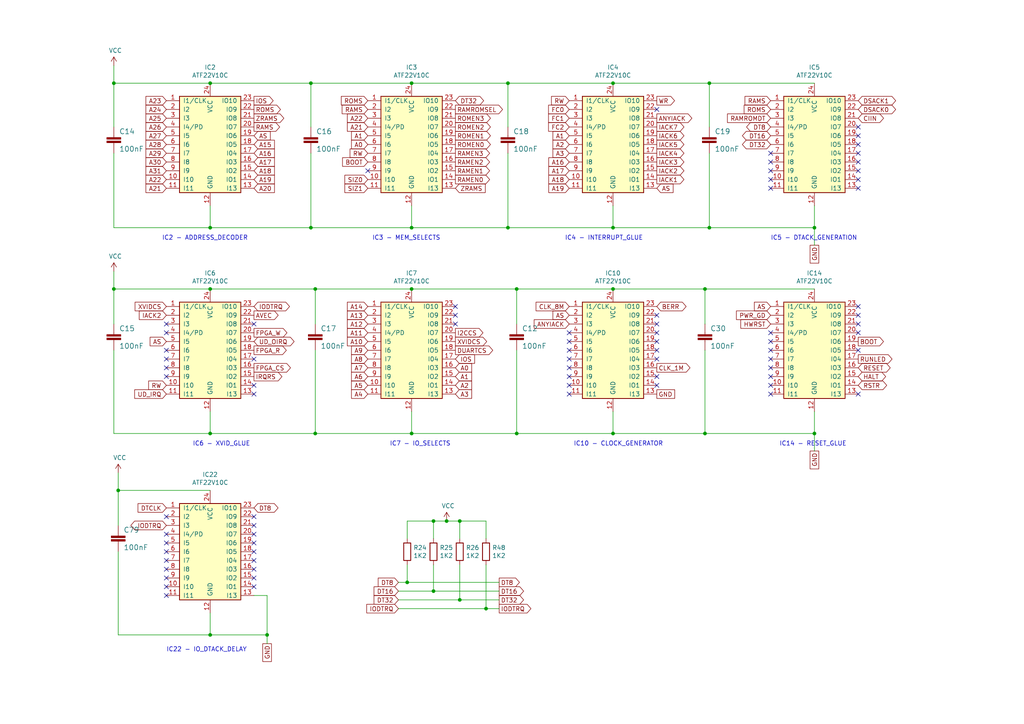
<source format=kicad_sch>
(kicad_sch (version 20211123) (generator eeschema)
  (paper "A4")
  (title_block (title "rosco_m68k Pro (030) Prototype") (date "2022-01-14") (rev "p4") (company "The Really Old-School Company Limited") (comment 1 "Copyright ©2021-2022 The Really Old-School Company Limited") (comment 2 "Open Source Hardware (CERN OHL)") (comment 3 "Prototype Hardware! Not suitable for general use!"))
  (lib_symbols
    (symbol "Device:R" (pin_numbers hide) (pin_names (offset 0))
      (property "Reference" "R" (at 2.032 0 90))
      (property "Value" "R" (at 0 0 90))
      (symbol "R_0_1"
        (rectangle (start -1.016 -2.54) (end 1.016 2.54) (stroke (width 0.254)))
      )
      (symbol "R_1_1"
        (pin passive line (at 0 3.81 270) (length 1.27) (name "~") (number "1"))
        (pin passive line (at 0 -3.81 90) (length 1.27) (name "~") (number "2"))
      )
    )
    (symbol "power:VCC" (power) (pin_names (offset 0))
      (property "Value" "VCC" (at 0 3.81 0))
      (symbol "VCC_0_1"
        (polyline (pts (xy -0.762 1.27) (xy 0 2.54)))
        (polyline (pts (xy 0 0) (xy 0 2.54)))
        (polyline (pts (xy 0 2.54) (xy 0.762 1.27)))
      )
      (symbol "VCC_1_1"
        (pin power_in line (at 0 0 90) (length 0) hide (name "VCC") (number "1"))
      )
    )
    (symbol "rosco_m68k-eagle-import:C2,5-3" (pin_names (offset 1.016))
      (property "Reference" "C" (at 1.524 0.381 0))
      (property "Value" "C2,5-3" (at 1.524 -4.699 0))
      (symbol "C2,5-3_1_0"
        (rectangle (start -2.032 -2.032) (end 2.032 -1.524) (fill (type outline)))
        (rectangle (start -2.032 -1.016) (end 2.032 -0.508) (fill (type outline)))
        (polyline (pts (xy 0 -2.54) (xy 0 -2.032)))
        (polyline (pts (xy 0 0) (xy 0 -0.508)))
        (pin passive line (at 0 2.54 270) (length 2.54) (name "1") (number "1"))
        (pin passive line (at 0 -5.08 90) (length 2.54) (name "2") (number "2"))
      )
    )
    (symbol "rosco_m68k:GAL22V10" (pin_names (offset 1.016))
      (property "Reference" "IC" (at -8.89 16.51 0))
      (property "Value" "GAL22V10" (at 1.27 16.51 0))
      (symbol "GAL22V10_0_0"
        (pin power_in line (at 0 -17.78 90) (length 3.81) (name "GND") (number "12"))
        (pin power_in line (at 0 17.78 270) (length 3.81) (name "VCC") (number "24"))
      )
      (symbol "GAL22V10_0_1"
        (rectangle (start -8.89 13.97) (end 8.89 -13.97) (stroke (width 0.254)) (fill (type background)))
      )
      (symbol "GAL22V10_1_1"
        (pin input line (at -12.7 12.7 0) (length 3.81) (name "I1/CLK") (number "1"))
        (pin input line (at -12.7 -10.16 0) (length 3.81) (name "I10") (number "10"))
        (pin input line (at -12.7 -12.7 0) (length 3.81) (name "I11") (number "11"))
        (pin input line (at 12.7 -12.7 180) (length 3.81) (name "I13") (number "13"))
        (pin bidirectional line (at 12.7 -10.16 180) (length 3.81) (name "IO1") (number "14"))
        (pin bidirectional line (at 12.7 -7.62 180) (length 3.81) (name "IO2") (number "15"))
        (pin bidirectional line (at 12.7 -5.08 180) (length 3.81) (name "IO3") (number "16"))
        (pin bidirectional line (at 12.7 -2.54 180) (length 3.81) (name "I04") (number "17"))
        (pin bidirectional line (at 12.7 0 180) (length 3.81) (name "IO5") (number "18"))
        (pin bidirectional line (at 12.7 2.54 180) (length 3.81) (name "IO6") (number "19"))
        (pin input line (at -12.7 10.16 0) (length 3.81) (name "I2") (number "2"))
        (pin bidirectional line (at 12.7 5.08 180) (length 3.81) (name "IO7") (number "20"))
        (pin bidirectional line (at 12.7 7.62 180) (length 3.81) (name "IO8") (number "21"))
        (pin bidirectional line (at 12.7 10.16 180) (length 3.81) (name "IO9") (number "22"))
        (pin bidirectional line (at 12.7 12.7 180) (length 3.81) (name "IO10") (number "23"))
        (pin input line (at -12.7 7.62 0) (length 3.81) (name "I3") (number "3"))
        (pin input line (at -12.7 5.08 0) (length 3.81) (name "I4/PD") (number "4"))
        (pin input line (at -12.7 2.54 0) (length 3.81) (name "I5") (number "5"))
        (pin input line (at -12.7 0 0) (length 3.81) (name "I6") (number "6"))
        (pin input line (at -12.7 -2.54 0) (length 3.81) (name "I7") (number "7"))
        (pin input line (at -12.7 -5.08 0) (length 3.81) (name "I8") (number "8"))
        (pin input line (at -12.7 -7.62 0) (length 3.81) (name "I9") (number "9"))
      )
    )
  )
  (junction (at 90.17 66.04))
  (junction (at 119.38 24.13))
  (junction (at 125.73 171.45))
  (junction (at 149.86 125.73))
  (junction (at 33.02 83.82))
  (junction (at 129.54 151.13))
  (junction (at 205.74 66.04))
  (junction (at 236.22 66.04))
  (junction (at 91.44 125.73))
  (junction (at 177.8 83.82))
  (junction (at 119.38 125.73))
  (junction (at 177.8 125.73))
  (junction (at 147.32 66.04))
  (junction (at 118.11 168.91))
  (junction (at 236.22 125.73))
  (junction (at 60.96 66.04))
  (junction (at 177.8 24.13))
  (junction (at 140.97 176.53))
  (junction (at 204.47 83.82))
  (junction (at 91.44 83.82))
  (junction (at 119.38 83.82))
  (junction (at 60.96 184.15))
  (junction (at 90.17 24.13))
  (junction (at 119.38 66.04))
  (junction (at 133.35 151.13))
  (junction (at 33.02 24.13))
  (junction (at 205.74 24.13))
  (junction (at 204.47 125.73))
  (junction (at 177.8 66.04))
  (junction (at 149.86 83.82))
  (junction (at 147.32 24.13))
  (junction (at 60.96 125.73))
  (junction (at 60.96 83.82))
  (junction (at 77.47 184.15))
  (junction (at 34.29 142.24))
  (junction (at 125.73 151.13))
  (junction (at 60.96 24.13))
  (junction (at 133.35 173.99))
  (no_connect (at 248.92 114.3))
  (no_connect (at 223.52 106.68))
  (no_connect (at 48.26 172.72))
  (no_connect (at 48.26 104.14))
  (no_connect (at 190.5 104.14))
  (no_connect (at 165.1 109.22))
  (no_connect (at 48.26 96.52))
  (no_connect (at 223.52 96.52))
  (no_connect (at 165.1 101.6))
  (no_connect (at 190.5 101.6))
  (no_connect (at 223.52 44.45))
  (no_connect (at 73.66 152.4))
  (no_connect (at 48.26 93.98))
  (no_connect (at 248.92 52.07))
  (no_connect (at 165.1 114.3))
  (no_connect (at 73.66 170.18))
  (no_connect (at 165.1 104.14))
  (no_connect (at 190.5 111.76))
  (no_connect (at 165.1 111.76))
  (no_connect (at 190.5 99.06))
  (no_connect (at 223.52 101.6))
  (no_connect (at 48.26 109.22))
  (no_connect (at 48.26 162.56))
  (no_connect (at 248.92 39.37))
  (no_connect (at 248.92 36.83))
  (no_connect (at 248.92 93.98))
  (no_connect (at 223.52 114.3))
  (no_connect (at 48.26 167.64))
  (no_connect (at 48.26 160.02))
  (no_connect (at 223.52 52.07))
  (no_connect (at 223.52 99.06))
  (no_connect (at 248.92 88.9))
  (no_connect (at 248.92 49.53))
  (no_connect (at 248.92 91.44))
  (no_connect (at 73.66 104.14))
  (no_connect (at 73.66 165.1))
  (no_connect (at 48.26 170.18))
  (no_connect (at 248.92 101.6))
  (no_connect (at 223.52 46.99))
  (no_connect (at 73.66 149.86))
  (no_connect (at 248.92 54.61))
  (no_connect (at 73.66 162.56))
  (no_connect (at 248.92 96.52))
  (no_connect (at 48.26 154.94))
  (no_connect (at 132.08 93.98))
  (no_connect (at 190.5 109.22))
  (no_connect (at 165.1 106.68))
  (no_connect (at 106.68 49.53))
  (no_connect (at 190.5 93.98))
  (no_connect (at 48.26 101.6))
  (no_connect (at 165.1 99.06))
  (no_connect (at 248.92 46.99))
  (no_connect (at 48.26 149.86))
  (no_connect (at 190.5 31.75))
  (no_connect (at 248.92 41.91))
  (no_connect (at 48.26 165.1))
  (no_connect (at 190.5 96.52))
  (no_connect (at 48.26 157.48))
  (no_connect (at 223.52 104.14))
  (no_connect (at 248.92 44.45))
  (no_connect (at 48.26 106.68))
  (no_connect (at 73.66 160.02))
  (no_connect (at 223.52 54.61))
  (no_connect (at 73.66 167.64))
  (no_connect (at 223.52 49.53))
  (no_connect (at 73.66 114.3))
  (no_connect (at 73.66 111.76))
  (no_connect (at 223.52 111.76))
  (no_connect (at 223.52 109.22))
  (no_connect (at 73.66 154.94))
  (no_connect (at 132.08 91.44))
  (no_connect (at 165.1 96.52))
  (no_connect (at 73.66 93.98))
  (no_connect (at 132.08 88.9))
  (no_connect (at 73.66 157.48))
  (no_connect (at 190.5 91.44))
  (wire (pts (xy 177.8 83.82) (xy 204.47 83.82)))
  (wire (pts (xy 91.44 101.6) (xy 91.44 125.73)))
  (wire (pts (xy 33.02 125.73) (xy 60.96 125.73)))
  (wire (pts (xy 60.96 24.13) (xy 33.02 24.13)))
  (wire (pts (xy 119.38 66.04) (xy 90.17 66.04)))
  (wire (pts (xy 60.96 119.38) (xy 60.96 125.73)))
  (wire (pts (xy 133.35 173.99) (xy 115.57 173.99)))
  (wire (pts (xy 177.8 24.13) (xy 205.74 24.13)))
  (wire (pts (xy 77.47 184.15) (xy 60.96 184.15)))
  (wire (pts (xy 147.32 66.04) (xy 177.8 66.04)))
  (wire (pts (xy 60.96 142.24) (xy 34.29 142.24)))
  (wire (pts (xy 125.73 163.83) (xy 125.73 171.45)))
  (wire (pts (xy 33.02 101.6) (xy 33.02 125.73)))
  (wire (pts (xy 236.22 119.38) (xy 236.22 125.73)))
  (wire (pts (xy 118.11 151.13) (xy 125.73 151.13)))
  (wire (pts (xy 149.86 101.6) (xy 149.86 125.73)))
  (wire (pts (xy 33.02 24.13) (xy 33.02 19.05)))
  (wire (pts (xy 33.02 66.04) (xy 60.96 66.04)))
  (wire (pts (xy 119.38 125.73) (xy 149.86 125.73)))
  (wire (pts (xy 33.02 78.74) (xy 33.02 83.82)))
  (wire (pts (xy 34.29 160.02) (xy 34.29 184.15)))
  (wire (pts (xy 125.73 156.21) (xy 125.73 151.13)))
  (wire (pts (xy 119.38 83.82) (xy 149.86 83.82)))
  (wire (pts (xy 115.57 168.91) (xy 118.11 168.91)))
  (wire (pts (xy 91.44 93.98) (xy 91.44 83.82)))
  (wire (pts (xy 205.74 66.04) (xy 205.74 44.45)))
  (wire (pts (xy 149.86 83.82) (xy 177.8 83.82)))
  (wire (pts (xy 133.35 173.99) (xy 144.78 173.99)))
  (wire (pts (xy 90.17 44.45) (xy 90.17 66.04)))
  (wire (pts (xy 33.02 24.13) (xy 33.02 36.83)))
  (wire (pts (xy 140.97 151.13) (xy 140.97 156.21)))
  (wire (pts (xy 236.22 125.73) (xy 236.22 130.81)))
  (wire (pts (xy 177.8 125.73) (xy 149.86 125.73)))
  (wire (pts (xy 177.8 59.69) (xy 177.8 66.04)))
  (wire (pts (xy 236.22 66.04) (xy 236.22 71.12)))
  (wire (pts (xy 119.38 119.38) (xy 119.38 125.73)))
  (wire (pts (xy 73.66 172.72) (xy 77.47 172.72)))
  (wire (pts (xy 119.38 59.69) (xy 119.38 66.04)))
  (wire (pts (xy 60.96 66.04) (xy 60.96 59.69)))
  (wire (pts (xy 177.8 119.38) (xy 177.8 125.73)))
  (wire (pts (xy 125.73 171.45) (xy 115.57 171.45)))
  (wire (pts (xy 91.44 125.73) (xy 119.38 125.73)))
  (wire (pts (xy 149.86 83.82) (xy 149.86 93.98)))
  (wire (pts (xy 90.17 66.04) (xy 60.96 66.04)))
  (wire (pts (xy 147.32 24.13) (xy 147.32 36.83)))
  (wire (pts (xy 204.47 83.82) (xy 236.22 83.82)))
  (wire (pts (xy 118.11 168.91) (xy 144.78 168.91)))
  (wire (pts (xy 204.47 83.82) (xy 204.47 93.98)))
  (wire (pts (xy 77.47 186.69) (xy 77.47 184.15)))
  (wire (pts (xy 118.11 156.21) (xy 118.11 151.13)))
  (wire (pts (xy 119.38 24.13) (xy 90.17 24.13)))
  (wire (pts (xy 125.73 151.13) (xy 129.54 151.13)))
  (wire (pts (xy 115.57 176.53) (xy 140.97 176.53)))
  (wire (pts (xy 34.29 137.16) (xy 34.29 142.24)))
  (wire (pts (xy 33.02 44.45) (xy 33.02 66.04)))
  (wire (pts (xy 118.11 163.83) (xy 118.11 168.91)))
  (wire (pts (xy 77.47 172.72) (xy 77.47 184.15)))
  (wire (pts (xy 140.97 163.83) (xy 140.97 176.53)))
  (wire (pts (xy 60.96 83.82) (xy 91.44 83.82)))
  (wire (pts (xy 33.02 83.82) (xy 60.96 83.82)))
  (wire (pts (xy 140.97 176.53) (xy 144.78 176.53)))
  (wire (pts (xy 205.74 24.13) (xy 236.22 24.13)))
  (wire (pts (xy 119.38 24.13) (xy 147.32 24.13)))
  (wire (pts (xy 177.8 66.04) (xy 205.74 66.04)))
  (wire (pts (xy 147.32 24.13) (xy 177.8 24.13)))
  (wire (pts (xy 205.74 24.13) (xy 205.74 36.83)))
  (wire (pts (xy 125.73 171.45) (xy 144.78 171.45)))
  (wire (pts (xy 236.22 66.04) (xy 236.22 59.69)))
  (wire (pts (xy 33.02 83.82) (xy 33.02 93.98)))
  (wire (pts (xy 133.35 163.83) (xy 133.35 173.99)))
  (wire (pts (xy 147.32 66.04) (xy 147.32 44.45)))
  (wire (pts (xy 60.96 184.15) (xy 34.29 184.15)))
  (wire (pts (xy 34.29 142.24) (xy 34.29 152.4)))
  (wire (pts (xy 60.96 125.73) (xy 91.44 125.73)))
  (wire (pts (xy 204.47 101.6) (xy 204.47 125.73)))
  (wire (pts (xy 133.35 156.21) (xy 133.35 151.13)))
  (wire (pts (xy 91.44 83.82) (xy 119.38 83.82)))
  (wire (pts (xy 129.54 151.13) (xy 133.35 151.13)))
  (wire (pts (xy 133.35 151.13) (xy 140.97 151.13)))
  (wire (pts (xy 236.22 125.73) (xy 204.47 125.73)))
  (wire (pts (xy 177.8 125.73) (xy 204.47 125.73)))
  (wire (pts (xy 90.17 24.13) (xy 90.17 36.83)))
  (wire (pts (xy 236.22 66.04) (xy 205.74 66.04)))
  (wire (pts (xy 60.96 24.13) (xy 90.17 24.13)))
  (wire (pts (xy 60.96 177.8) (xy 60.96 184.15)))
  (wire (pts (xy 119.38 66.04) (xy 147.32 66.04)))
  (text "IC4 - INTERRUPT_GLUE" (at 163.83 69.85 0) (effects (font (size 1.27 1.27)) (justify left bottom)))
  (text "IC14 - RESET_GLUE" (at 226.06 129.54 0) (effects (font (size 1.27 1.27)) (justify left bottom)))
  (text "IC6 - XVID_GLUE" (at 55.88 129.54 0) (effects (font (size 1.27 1.27)) (justify left bottom)))
  (text "IC10 - CLOCK_GENERATOR" (at 166.37 129.54 0) (effects (font (size 1.27 1.27)) (justify left bottom)))
  (text "IC5 - DTACK_GENERATION" (at 223.52 69.85 0) (effects (font (size 1.27 1.27)) (justify left bottom)))
  (text "IC3 - MEM_SELECTS" (at 107.95 69.85 0) (effects (font (size 1.27 1.27)) (justify left bottom)))
  (text "IC22 - IO_DTACK_DELAY" (at 48.26 189.23 0) (effects (font (size 1.27 1.27)) (justify left bottom)))
  (text "IC7 - IO_SELECTS" (at 113.03 129.54 0) (effects (font (size 1.27 1.27)) (justify left bottom)))
  (text "IC2 - ADDRESS_DECODER" (at 46.99 69.85 0) (effects (font (size 1.27 1.27)) (justify left bottom)))
  (global_label "IODTRQ" (shape tri_state) (at 48.26 152.4 180) (property "Intersheet References" "${INTERSHEET_REFS}" (effects hide)))
  (global_label "A16" (shape input) (at 165.1 46.99 180) (property "Intersheet References" "${INTERSHEET_REFS}" (effects hide)))
  (global_label "IACK2" (shape output) (at 190.5 49.53 0) (property "Intersheet References" "${INTERSHEET_REFS}" (effects hide)))
  (global_label "DT32" (shape tri_state) (at 132.08 29.21 0) (property "Intersheet References" "${INTERSHEET_REFS}" (effects hide)))
  (global_label "DT8" (shape input) (at 115.57 168.91 180) (property "Intersheet References" "${INTERSHEET_REFS}" (effects hide)))
  (global_label "CLK_8M" (shape input) (at 165.1 88.9 180) (property "Intersheet References" "${INTERSHEET_REFS}" (effects hide)))
  (global_label "A1" (shape input) (at 165.1 39.37 180) (property "Intersheet References" "${INTERSHEET_REFS}" (effects hide)))
  (global_label "RAMROMDT" (shape input) (at 223.52 34.29 180) (property "Intersheet References" "${INTERSHEET_REFS}" (effects hide)))
  (global_label "GND" (shape passive) (at 77.47 186.69 270) (property "Intersheet References" "${INTERSHEET_REFS}" (effects hide)))
  (global_label "ANYIACK" (shape input) (at 165.1 93.98 180) (property "Intersheet References" "${INTERSHEET_REFS}" (effects hide)))
  (global_label "FPGA_CS" (shape output) (at 73.66 106.68 0) (property "Intersheet References" "${INTERSHEET_REFS}" (effects hide)))
  (global_label "DT32" (shape output) (at 144.78 173.99 0) (property "Intersheet References" "${INTERSHEET_REFS}" (effects hide)))
  (global_label "IACK4" (shape output) (at 190.5 44.45 0) (property "Intersheet References" "${INTERSHEET_REFS}" (effects hide)))
  (global_label "AS" (shape input) (at 190.5 54.61 0) (property "Intersheet References" "${INTERSHEET_REFS}" (effects hide)))
  (global_label "FC1" (shape input) (at 165.1 34.29 180) (property "Intersheet References" "${INTERSHEET_REFS}" (effects hide)))
  (global_label "A18" (shape input) (at 165.1 52.07 180) (property "Intersheet References" "${INTERSHEET_REFS}" (effects hide)))
  (global_label "SIZ0" (shape input) (at 106.68 52.07 180) (property "Intersheet References" "${INTERSHEET_REFS}" (effects hide)))
  (global_label "A22" (shape input) (at 48.26 52.07 180) (property "Intersheet References" "${INTERSHEET_REFS}" (effects hide)))
  (global_label "XVIDCS" (shape output) (at 132.08 99.06 0) (property "Intersheet References" "${INTERSHEET_REFS}" (effects hide)))
  (global_label "ANYIACK" (shape output) (at 190.5 34.29 0) (property "Intersheet References" "${INTERSHEET_REFS}" (effects hide)))
  (global_label "A16" (shape input) (at 73.66 44.45 0) (property "Intersheet References" "${INTERSHEET_REFS}" (effects hide)))
  (global_label "DTCLK" (shape input) (at 48.26 147.32 180) (property "Intersheet References" "${INTERSHEET_REFS}" (effects hide)))
  (global_label "RW" (shape input) (at 165.1 29.21 180) (property "Intersheet References" "${INTERSHEET_REFS}" (effects hide)))
  (global_label "HALT" (shape tri_state) (at 248.92 109.22 0) (property "Intersheet References" "${INTERSHEET_REFS}" (effects hide)))
  (global_label "AS" (shape input) (at 48.26 99.06 180) (property "Intersheet References" "${INTERSHEET_REFS}" (effects hide)))
  (global_label "A6" (shape input) (at 106.68 109.22 180) (property "Intersheet References" "${INTERSHEET_REFS}" (effects hide)))
  (global_label "A26" (shape input) (at 48.26 36.83 180) (property "Intersheet References" "${INTERSHEET_REFS}" (effects hide)))
  (global_label "BOOT" (shape input) (at 106.68 46.99 180) (property "Intersheet References" "${INTERSHEET_REFS}" (effects hide)))
  (global_label "A30" (shape input) (at 48.26 46.99 180) (property "Intersheet References" "${INTERSHEET_REFS}" (effects hide)))
  (global_label "AS" (shape input) (at 223.52 88.9 180) (property "Intersheet References" "${INTERSHEET_REFS}" (effects hide)))
  (global_label "DSACK0" (shape tri_state) (at 248.92 31.75 0) (property "Intersheet References" "${INTERSHEET_REFS}" (effects hide)))
  (global_label "A22" (shape input) (at 106.68 34.29 180) (property "Intersheet References" "${INTERSHEET_REFS}" (effects hide)))
  (global_label "A14" (shape input) (at 106.68 88.9 180) (property "Intersheet References" "${INTERSHEET_REFS}" (effects hide)))
  (global_label "A15" (shape input) (at 73.66 41.91 0) (property "Intersheet References" "${INTERSHEET_REFS}" (effects hide)))
  (global_label "PWR_GD" (shape input) (at 223.52 91.44 180) (property "Intersheet References" "${INTERSHEET_REFS}" (effects hide)))
  (global_label "HWRST" (shape input) (at 223.52 93.98 180) (property "Intersheet References" "${INTERSHEET_REFS}" (effects hide)))
  (global_label "GND" (shape passive) (at 190.5 114.3 0) (property "Intersheet References" "${INTERSHEET_REFS}" (effects hide)))
  (global_label "A2" (shape input) (at 165.1 41.91 180) (property "Intersheet References" "${INTERSHEET_REFS}" (effects hide)))
  (global_label "FC0" (shape input) (at 165.1 31.75 180) (property "Intersheet References" "${INTERSHEET_REFS}" (effects hide)))
  (global_label "RAMS" (shape input) (at 106.68 31.75 180) (property "Intersheet References" "${INTERSHEET_REFS}" (effects hide)))
  (global_label "WR" (shape output) (at 190.5 29.21 0) (property "Intersheet References" "${INTERSHEET_REFS}" (effects hide)))
  (global_label "A20" (shape input) (at 73.66 54.61 0) (property "Intersheet References" "${INTERSHEET_REFS}" (effects hide)))
  (global_label "A17" (shape input) (at 165.1 49.53 180) (property "Intersheet References" "${INTERSHEET_REFS}" (effects hide)))
  (global_label "RW" (shape input) (at 48.26 111.76 180) (property "Intersheet References" "${INTERSHEET_REFS}" (effects hide)))
  (global_label "DT32" (shape tri_state) (at 223.52 41.91 180) (property "Intersheet References" "${INTERSHEET_REFS}" (effects hide)))
  (global_label "A19" (shape input) (at 165.1 54.61 180) (property "Intersheet References" "${INTERSHEET_REFS}" (effects hide)))
  (global_label "RAMEN1" (shape output) (at 132.08 49.53 0) (property "Intersheet References" "${INTERSHEET_REFS}" (effects hide)))
  (global_label "FC2" (shape input) (at 165.1 36.83 180) (property "Intersheet References" "${INTERSHEET_REFS}" (effects hide)))
  (global_label "A21" (shape input) (at 48.26 54.61 180) (property "Intersheet References" "${INTERSHEET_REFS}" (effects hide)))
  (global_label "DT8" (shape output) (at 144.78 168.91 0) (property "Intersheet References" "${INTERSHEET_REFS}" (effects hide)))
  (global_label "XVIDCS" (shape input) (at 48.26 88.9 180) (property "Intersheet References" "${INTERSHEET_REFS}" (effects hide)))
  (global_label "A1" (shape input) (at 132.08 109.22 0) (property "Intersheet References" "${INTERSHEET_REFS}" (effects hide)))
  (global_label "IACK5" (shape output) (at 190.5 41.91 0) (property "Intersheet References" "${INTERSHEET_REFS}" (effects hide)))
  (global_label "A25" (shape input) (at 48.26 34.29 180) (property "Intersheet References" "${INTERSHEET_REFS}" (effects hide)))
  (global_label "UD_IRQ" (shape input) (at 48.26 114.3 180) (property "Intersheet References" "${INTERSHEET_REFS}" (effects hide)))
  (global_label "RAMROMSEL" (shape output) (at 132.08 31.75 0) (property "Intersheet References" "${INTERSHEET_REFS}" (effects hide)))
  (global_label "AVEC" (shape output) (at 73.66 91.44 0) (property "Intersheet References" "${INTERSHEET_REFS}" (effects hide)))
  (global_label "ROMEN1" (shape output) (at 132.08 39.37 0) (property "Intersheet References" "${INTERSHEET_REFS}" (effects hide)))
  (global_label "A27" (shape input) (at 48.26 39.37 180) (property "Intersheet References" "${INTERSHEET_REFS}" (effects hide)))
  (global_label "IRQRS" (shape output) (at 73.66 109.22 0) (property "Intersheet References" "${INTERSHEET_REFS}" (effects hide)))
  (global_label "A3" (shape input) (at 165.1 44.45 180) (property "Intersheet References" "${INTERSHEET_REFS}" (effects hide)))
  (global_label "DT16" (shape output) (at 144.78 171.45 0) (property "Intersheet References" "${INTERSHEET_REFS}" (effects hide)))
  (global_label "A10" (shape input) (at 106.68 99.06 180) (property "Intersheet References" "${INTERSHEET_REFS}" (effects hide)))
  (global_label "RAMS" (shape input) (at 223.52 29.21 180) (property "Intersheet References" "${INTERSHEET_REFS}" (effects hide)))
  (global_label "DT32" (shape input) (at 115.57 173.99 180) (property "Intersheet References" "${INTERSHEET_REFS}" (effects hide)))
  (global_label "IACK6" (shape output) (at 190.5 39.37 0) (property "Intersheet References" "${INTERSHEET_REFS}" (effects hide)))
  (global_label "IOS" (shape input) (at 132.08 104.14 0) (property "Intersheet References" "${INTERSHEET_REFS}" (effects hide)))
  (global_label "A9" (shape input) (at 106.68 101.6 180) (property "Intersheet References" "${INTERSHEET_REFS}" (effects hide)))
  (global_label "GND" (shape passive) (at 236.22 130.81 270) (property "Intersheet References" "${INTERSHEET_REFS}" (effects hide)))
  (global_label "RAMEN0" (shape output) (at 132.08 52.07 0) (property "Intersheet References" "${INTERSHEET_REFS}" (effects hide)))
  (global_label "ROMS" (shape input) (at 106.68 29.21 180) (property "Intersheet References" "${INTERSHEET_REFS}" (effects hide)))
  (global_label "RAMEN3" (shape output) (at 132.08 44.45 0) (property "Intersheet References" "${INTERSHEET_REFS}" (effects hide)))
  (global_label "A0" (shape input) (at 106.68 41.91 180) (property "Intersheet References" "${INTERSHEET_REFS}" (effects hide)))
  (global_label "IACK1" (shape output) (at 190.5 52.07 0) (property "Intersheet References" "${INTERSHEET_REFS}" (effects hide)))
  (global_label "A28" (shape input) (at 48.26 41.91 180) (property "Intersheet References" "${INTERSHEET_REFS}" (effects hide)))
  (global_label "IACK3" (shape output) (at 190.5 46.99 0) (property "Intersheet References" "${INTERSHEET_REFS}" (effects hide)))
  (global_label "DT8" (shape tri_state) (at 73.66 147.32 0) (property "Intersheet References" "${INTERSHEET_REFS}" (effects hide)))
  (global_label "GND" (shape passive) (at 236.22 71.12 270) (property "Intersheet References" "${INTERSHEET_REFS}" (effects hide)))
  (global_label "I2CCS" (shape output) (at 132.08 96.52 0) (property "Intersheet References" "${INTERSHEET_REFS}" (effects hide)))
  (global_label "FPGA_R" (shape output) (at 73.66 101.6 0) (property "Intersheet References" "${INTERSHEET_REFS}" (effects hide)))
  (global_label "A11" (shape input) (at 106.68 96.52 180) (property "Intersheet References" "${INTERSHEET_REFS}" (effects hide)))
  (global_label "A7" (shape input) (at 106.68 106.68 180) (property "Intersheet References" "${INTERSHEET_REFS}" (effects hide)))
  (global_label "IODTRQ" (shape input) (at 115.57 176.53 180) (property "Intersheet References" "${INTERSHEET_REFS}" (effects hide)))
  (global_label "AS" (shape input) (at 73.66 39.37 0) (property "Intersheet References" "${INTERSHEET_REFS}" (effects hide)))
  (global_label "A8" (shape input) (at 106.68 104.14 180) (property "Intersheet References" "${INTERSHEET_REFS}" (effects hide)))
  (global_label "ROMEN3" (shape output) (at 132.08 34.29 0) (property "Intersheet References" "${INTERSHEET_REFS}" (effects hide)))
  (global_label "A21" (shape input) (at 106.68 36.83 180) (property "Intersheet References" "${INTERSHEET_REFS}" (effects hide)))
  (global_label "A0" (shape input) (at 132.08 106.68 0) (property "Intersheet References" "${INTERSHEET_REFS}" (effects hide)))
  (global_label "ROMS" (shape input) (at 223.52 31.75 180) (property "Intersheet References" "${INTERSHEET_REFS}" (effects hide)))
  (global_label "A4" (shape input) (at 106.68 114.3 180) (property "Intersheet References" "${INTERSHEET_REFS}" (effects hide)))
  (global_label "A13" (shape input) (at 106.68 91.44 180) (property "Intersheet References" "${INTERSHEET_REFS}" (effects hide)))
  (global_label "ZRAMS" (shape input) (at 132.08 54.61 0) (property "Intersheet References" "${INTERSHEET_REFS}" (effects hide)))
  (global_label "IODTRQ" (shape output) (at 144.78 176.53 0) (property "Intersheet References" "${INTERSHEET_REFS}" (effects hide)))
  (global_label "ZRAMS" (shape output) (at 73.66 34.29 0) (property "Intersheet References" "${INTERSHEET_REFS}" (effects hide)))
  (global_label "RUNLED" (shape output) (at 248.92 104.14 0) (property "Intersheet References" "${INTERSHEET_REFS}" (effects hide)))
  (global_label "RW" (shape input) (at 106.68 44.45 180) (property "Intersheet References" "${INTERSHEET_REFS}" (effects hide)))
  (global_label "ROMEN2" (shape output) (at 132.08 36.83 0) (property "Intersheet References" "${INTERSHEET_REFS}" (effects hide)))
  (global_label "BERR" (shape tri_state) (at 190.5 88.9 0) (property "Intersheet References" "${INTERSHEET_REFS}" (effects hide)))
  (global_label "A5" (shape input) (at 106.68 111.76 180) (property "Intersheet References" "${INTERSHEET_REFS}" (effects hide)))
  (global_label "FPGA_W" (shape output) (at 73.66 96.52 0) (property "Intersheet References" "${INTERSHEET_REFS}" (effects hide)))
  (global_label "RAMEN2" (shape output) (at 132.08 46.99 0) (property "Intersheet References" "${INTERSHEET_REFS}" (effects hide)))
  (global_label "A12" (shape input) (at 106.68 93.98 180) (property "Intersheet References" "${INTERSHEET_REFS}" (effects hide)))
  (global_label "UD_OIRQ" (shape tri_state) (at 73.66 99.06 0) (property "Intersheet References" "${INTERSHEET_REFS}" (effects hide)))
  (global_label "DT16" (shape tri_state) (at 223.52 39.37 180) (property "Intersheet References" "${INTERSHEET_REFS}" (effects hide)))
  (global_label "DT8" (shape tri_state) (at 223.52 36.83 180) (property "Intersheet References" "${INTERSHEET_REFS}" (effects hide)))
  (global_label "ROMEN0" (shape output) (at 132.08 41.91 0) (property "Intersheet References" "${INTERSHEET_REFS}" (effects hide)))
  (global_label "DSACK1" (shape tri_state) (at 248.92 29.21 0) (property "Intersheet References" "${INTERSHEET_REFS}" (effects hide)))
  (global_label "DT16" (shape input) (at 115.57 171.45 180) (property "Intersheet References" "${INTERSHEET_REFS}" (effects hide)))
  (global_label "A1" (shape input) (at 106.68 39.37 180) (property "Intersheet References" "${INTERSHEET_REFS}" (effects hide)))
  (global_label "AS" (shape input) (at 165.1 91.44 180) (property "Intersheet References" "${INTERSHEET_REFS}" (effects hide)))
  (global_label "RAMS" (shape output) (at 73.66 36.83 0) (property "Intersheet References" "${INTERSHEET_REFS}" (effects hide)))
  (global_label "A17" (shape input) (at 73.66 46.99 0) (property "Intersheet References" "${INTERSHEET_REFS}" (effects hide)))
  (global_label "ROMS" (shape output) (at 73.66 31.75 0) (property "Intersheet References" "${INTERSHEET_REFS}" (effects hide)))
  (global_label "RESET" (shape tri_state) (at 248.92 106.68 0) (property "Intersheet References" "${INTERSHEET_REFS}" (effects hide)))
  (global_label "A29" (shape input) (at 48.26 44.45 180) (property "Intersheet References" "${INTERSHEET_REFS}" (effects hide)))
  (global_label "IOS" (shape output) (at 73.66 29.21 0) (property "Intersheet References" "${INTERSHEET_REFS}" (effects hide)))
  (global_label "A24" (shape input) (at 48.26 31.75 180) (property "Intersheet References" "${INTERSHEET_REFS}" (effects hide)))
  (global_label "SIZ1" (shape input) (at 106.68 54.61 180) (property "Intersheet References" "${INTERSHEET_REFS}" (effects hide)))
  (global_label "CIIN" (shape tri_state) (at 248.92 34.29 0) (property "Intersheet References" "${INTERSHEET_REFS}" (effects hide)))
  (global_label "A3" (shape input) (at 132.08 114.3 0) (property "Intersheet References" "${INTERSHEET_REFS}" (effects hide)))
  (global_label "A19" (shape input) (at 73.66 52.07 0) (property "Intersheet References" "${INTERSHEET_REFS}" (effects hide)))
  (global_label "IACK2" (shape input) (at 48.26 91.44 180) (property "Intersheet References" "${INTERSHEET_REFS}" (effects hide)))
  (global_label "DUARTCS" (shape output) (at 132.08 101.6 0) (property "Intersheet References" "${INTERSHEET_REFS}" (effects hide)))
  (global_label "A23" (shape input) (at 48.26 29.21 180) (property "Intersheet References" "${INTERSHEET_REFS}" (effects hide)))
  (global_label "BOOT" (shape output) (at 248.92 99.06 0) (property "Intersheet References" "${INTERSHEET_REFS}" (effects hide)))
  (global_label "A2" (shape input) (at 132.08 111.76 0) (property "Intersheet References" "${INTERSHEET_REFS}" (effects hide)))
  (global_label "RSTR" (shape tri_state) (at 248.92 111.76 0) (property "Intersheet References" "${INTERSHEET_REFS}" (effects hide)))
  (global_label "A31" (shape input) (at 48.26 49.53 180) (property "Intersheet References" "${INTERSHEET_REFS}" (effects hide)))
  (global_label "A18" (shape input) (at 73.66 49.53 0) (property "Intersheet References" "${INTERSHEET_REFS}" (effects hide)))
  (global_label "IACK7" (shape output) (at 190.5 36.83 0) (property "Intersheet References" "${INTERSHEET_REFS}" (effects hide)))
  (global_label "CLK_1M" (shape output) (at 190.5 106.68 0) (property "Intersheet References" "${INTERSHEET_REFS}" (effects hide)))
  (global_label "IODTRQ" (shape tri_state) (at 73.66 88.9 0) (property "Intersheet References" "${INTERSHEET_REFS}" (effects hide)))
  (symbol (lib_id "rosco_m68k:GAL22V10") (at 60.96 41.91 0) (unit 1)
    (property "Reference" "IC2" (at 60.96 19.5326 0))
    (property "Value" "ATF22V10C" (at 60.96 21.844 0))
    (property "Footprint" "Package_DIP:DIP-24_W7.62mm_Socket_LongPads" (effects hide))
    (property "Datasheet" "https://www.mouser.com/datasheet/2/268/doc0735-1369018.pdf" (effects hide))
  )
  (symbol (lib_id "rosco_m68k:GAL22V10") (at 119.38 41.91 0) (unit 1)
    (property "Reference" "IC3" (at 119.38 19.5326 0))
    (property "Value" "ATF22V10C" (at 119.38 21.844 0))
    (property "Footprint" "Package_DIP:DIP-24_W7.62mm_Socket_LongPads" (effects hide))
    (property "Datasheet" "https://www.mouser.com/datasheet/2/268/doc0735-1369018.pdf" (effects hide))
  )
  (symbol (lib_id "power:VCC") (at 33.02 19.05 0) (unit 1)
    (property "Reference" "#PWR029" (effects hide))
    (property "Value" "VCC" (at 33.4518 14.6558 0))
  )
  (symbol (lib_id "rosco_m68k-eagle-import:C2,5-3") (at 33.02 39.37 0) (unit 1)
    (property "Reference" "C14" (at 34.544 38.989 0) (effects (font (size 1.4986 1.4986)) (justify left bottom)))
    (property "Value" "100nF" (at 34.544 44.069 0) (effects (font (size 1.4986 1.4986)) (justify left bottom)))
    (property "Footprint" "Capacitor_THT:C_Rect_L4.0mm_W2.5mm_P2.50mm" (effects hide))
  )
  (symbol (lib_id "rosco_m68k-eagle-import:C2,5-3") (at 147.32 39.37 0) (unit 1)
    (property "Reference" "C18" (at 148.844 38.989 0) (effects (font (size 1.4986 1.4986)) (justify left bottom)))
    (property "Value" "100nF" (at 148.844 44.069 0) (effects (font (size 1.4986 1.4986)) (justify left bottom)))
    (property "Footprint" "Capacitor_THT:C_Rect_L4.0mm_W2.5mm_P2.50mm" (effects hide))
  )
  (symbol (lib_id "Device:R") (at 118.11 160.02 0) (unit 1)
    (property "Reference" "R24" (at 119.888 158.8516 0) (effects (justify left)))
    (property "Value" "1K2" (at 119.888 161.163 0) (effects (justify left)))
    (property "Footprint" "rosco_m68k:R-0207_10" (effects hide))
  )
  (symbol (lib_id "Device:R") (at 125.73 160.02 0) (unit 1)
    (property "Reference" "R25" (at 127.508 158.8516 0) (effects (justify left)))
    (property "Value" "1K2" (at 127.508 161.163 0) (effects (justify left)))
    (property "Footprint" "rosco_m68k:R-0207_10" (effects hide))
  )
  (symbol (lib_id "Device:R") (at 133.35 160.02 0) (unit 1)
    (property "Reference" "R26" (at 135.128 158.8516 0) (effects (justify left)))
    (property "Value" "1K2" (at 135.128 161.163 0) (effects (justify left)))
    (property "Footprint" "rosco_m68k:R-0207_10" (effects hide))
  )
  (symbol (lib_id "power:VCC") (at 129.54 151.13 0) (unit 1)
    (property "Reference" "#PWR033" (effects hide))
    (property "Value" "VCC" (at 129.9718 146.7358 0))
  )
  (symbol (lib_id "rosco_m68k:GAL22V10") (at 177.8 41.91 0) (unit 1)
    (property "Reference" "IC4" (at 177.8 19.5326 0))
    (property "Value" "ATF22V10C" (at 177.8 21.844 0))
    (property "Footprint" "Package_DIP:DIP-24_W7.62mm_Socket_LongPads" (effects hide))
    (property "Datasheet" "https://www.mouser.com/datasheet/2/268/doc0735-1369018.pdf" (effects hide))
  )
  (symbol (lib_id "rosco_m68k-eagle-import:C2,5-3") (at 90.17 39.37 0) (unit 1)
    (property "Reference" "C16" (at 91.694 38.989 0) (effects (font (size 1.4986 1.4986)) (justify left bottom)))
    (property "Value" "100nF" (at 91.694 44.069 0) (effects (font (size 1.4986 1.4986)) (justify left bottom)))
    (property "Footprint" "Capacitor_THT:C_Rect_L4.0mm_W2.5mm_P2.50mm" (effects hide))
  )
  (symbol (lib_id "rosco_m68k-eagle-import:C2,5-3") (at 205.74 39.37 0) (unit 1)
    (property "Reference" "C19" (at 207.264 38.989 0) (effects (font (size 1.4986 1.4986)) (justify left bottom)))
    (property "Value" "100nF" (at 207.264 44.069 0) (effects (font (size 1.4986 1.4986)) (justify left bottom)))
    (property "Footprint" "Capacitor_THT:C_Rect_L4.0mm_W2.5mm_P2.50mm" (effects hide))
  )
  (symbol (lib_id "rosco_m68k:GAL22V10") (at 236.22 41.91 0) (unit 1)
    (property "Reference" "IC5" (at 236.22 19.5326 0))
    (property "Value" "ATF22V10C" (at 236.22 21.844 0))
    (property "Footprint" "Package_DIP:DIP-24_W7.62mm_Socket_LongPads" (effects hide))
    (property "Datasheet" "https://www.mouser.com/datasheet/2/268/doc0735-1369018.pdf" (effects hide))
  )
  (symbol (lib_id "rosco_m68k:GAL22V10") (at 60.96 101.6 0) (unit 1)
    (property "Reference" "IC6" (at 60.96 79.2226 0))
    (property "Value" "ATF22V10C" (at 60.96 81.534 0))
    (property "Footprint" "Package_DIP:DIP-24_W7.62mm_Socket_LongPads" (effects hide))
    (property "Datasheet" "https://www.mouser.com/datasheet/2/268/doc0735-1369018.pdf" (effects hide))
  )
  (symbol (lib_id "rosco_m68k:GAL22V10") (at 119.38 101.6 0) (unit 1)
    (property "Reference" "IC7" (at 119.38 79.2226 0))
    (property "Value" "ATF22V10C" (at 119.38 81.534 0))
    (property "Footprint" "Package_DIP:DIP-24_W7.62mm_Socket_LongPads" (effects hide))
    (property "Datasheet" "https://www.mouser.com/datasheet/2/268/doc0735-1369018.pdf" (effects hide))
  )
  (symbol (lib_id "power:VCC") (at 33.02 78.74 0) (unit 1)
    (property "Reference" "#PWR030" (effects hide))
    (property "Value" "VCC" (at 33.4518 74.3458 0))
  )
  (symbol (lib_id "rosco_m68k-eagle-import:C2,5-3") (at 33.02 96.52 0) (unit 1)
    (property "Reference" "C15" (at 34.544 96.139 0) (effects (font (size 1.4986 1.4986)) (justify left bottom)))
    (property "Value" "100nF" (at 34.544 101.219 0) (effects (font (size 1.4986 1.4986)) (justify left bottom)))
    (property "Footprint" "Capacitor_THT:C_Rect_L4.0mm_W2.5mm_P2.50mm" (effects hide))
  )
  (symbol (lib_id "rosco_m68k-eagle-import:C2,5-3") (at 91.44 96.52 0) (unit 1)
    (property "Reference" "C17" (at 92.964 96.139 0) (effects (font (size 1.4986 1.4986)) (justify left bottom)))
    (property "Value" "100nF" (at 92.964 101.219 0) (effects (font (size 1.4986 1.4986)) (justify left bottom)))
    (property "Footprint" "Capacitor_THT:C_Rect_L4.0mm_W2.5mm_P2.50mm" (effects hide))
  )
  (symbol (lib_id "rosco_m68k:GAL22V10") (at 177.8 101.6 0) (unit 1)
    (property "Reference" "IC10" (at 177.8 79.2226 0))
    (property "Value" "ATF22V10C" (at 177.8 81.534 0))
    (property "Footprint" "Package_DIP:DIP-24_W7.62mm_Socket_LongPads" (effects hide))
    (property "Datasheet" "https://www.mouser.com/datasheet/2/268/doc0735-1369018.pdf" (effects hide))
  )
  (symbol (lib_id "rosco_m68k-eagle-import:C2,5-3") (at 149.86 96.52 0) (unit 1)
    (property "Reference" "C12" (at 151.384 96.139 0) (effects (font (size 1.4986 1.4986)) (justify left bottom)))
    (property "Value" "100nF" (at 151.384 101.219 0) (effects (font (size 1.4986 1.4986)) (justify left bottom)))
    (property "Footprint" "Capacitor_THT:C_Rect_L4.0mm_W2.5mm_P2.50mm" (effects hide))
  )
  (symbol (lib_id "rosco_m68k:GAL22V10") (at 236.22 101.6 0) (unit 1)
    (property "Reference" "IC14" (at 236.22 79.2226 0))
    (property "Value" "ATF22V10C" (at 236.22 81.534 0))
    (property "Footprint" "Package_DIP:DIP-24_W7.62mm_Socket_LongPads" (effects hide))
    (property "Datasheet" "https://www.mouser.com/datasheet/2/268/doc0735-1369018.pdf" (effects hide))
  )
  (symbol (lib_id "rosco_m68k-eagle-import:C2,5-3") (at 204.47 96.52 0) (unit 1)
    (property "Reference" "C30" (at 205.994 96.139 0) (effects (font (size 1.4986 1.4986)) (justify left bottom)))
    (property "Value" "100nF" (at 205.994 101.219 0) (effects (font (size 1.4986 1.4986)) (justify left bottom)))
    (property "Footprint" "Capacitor_THT:C_Rect_L4.0mm_W2.5mm_P2.50mm" (effects hide))
  )
  (symbol (lib_id "rosco_m68k:GAL22V10") (at 60.96 160.02 0) (unit 1)
    (property "Reference" "IC22" (at 60.96 137.6426 0))
    (property "Value" "ATF22V10C" (at 60.96 139.954 0))
    (property "Footprint" "Package_DIP:DIP-24_W7.62mm_Socket_LongPads" (effects hide))
    (property "Datasheet" "https://www.mouser.com/datasheet/2/268/doc0735-1369018.pdf" (effects hide))
  )
  (symbol (lib_id "power:VCC") (at 34.29 137.16 0) (unit 1)
    (property "Reference" "#PWR020" (effects hide))
    (property "Value" "VCC" (at 34.7218 132.7658 0))
  )
  (symbol (lib_id "rosco_m68k-eagle-import:C2,5-3") (at 34.29 154.94 0) (unit 1)
    (property "Reference" "C79" (at 35.814 154.559 0) (effects (font (size 1.4986 1.4986)) (justify left bottom)))
    (property "Value" "100nF" (at 35.814 159.639 0) (effects (font (size 1.4986 1.4986)) (justify left bottom)))
    (property "Footprint" "Capacitor_THT:C_Rect_L4.0mm_W2.5mm_P2.50mm" (effects hide))
  )
  (symbol (lib_id "Device:R") (at 140.97 160.02 0) (unit 1)
    (property "Reference" "R48" (at 142.748 158.8516 0) (effects (justify left)))
    (property "Value" "1K2" (at 142.748 161.163 0) (effects (justify left)))
    (property "Footprint" "rosco_m68k:R-0207_10" (effects hide))
  )
)
</source>
